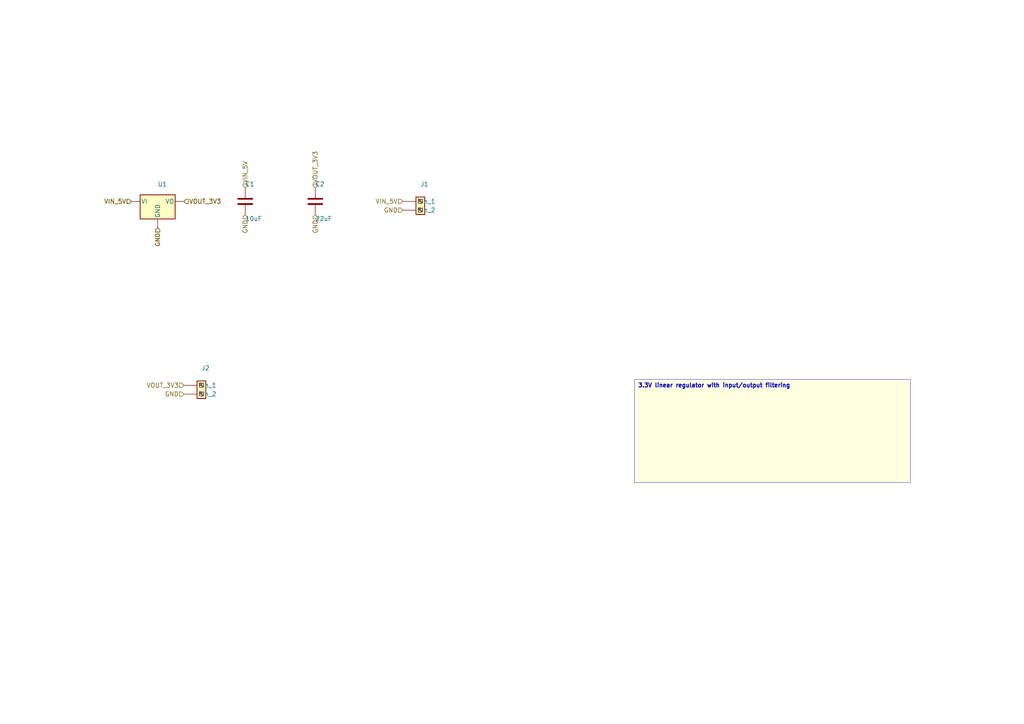
<source format=kicad_sch>
(kicad_sch (version 20250114) (generator "circuit_synth") (generator_version "9.0")
  (paper "A4")
  (lib_symbols
    (symbol "Connector:Screw_Terminal_01x02" (pin_numbers hide) (pin_names (offset 0.254))
      (property "Reference" "J" (at 0.0 0.0 0))
      (property "Value" "Screw_Terminal_01x02" (at 0.0 0.0 0))
      (symbol "Screw_Terminal_01x02_0_1"
        (rectangle (start -1.27 1.27) (end 1.27 -3.81) (stroke (width 0.254)) (fill (type background)))
        (polyline (pts (xy -0.5334 0.3302) (xy 0.3302 -0.508)) (stroke (width 0.1524)))
        (polyline (pts (xy -0.5334 -2.2098) (xy 0.3302 -3.048)) (stroke (width 0.1524)))
        (polyline (pts (xy -0.3556 0.508) (xy 0.508 -0.3302)) (stroke (width 0.1524)))
        (polyline (pts (xy -0.3556 -2.032) (xy 0.508 -2.8702)) (stroke (width 0.1524)))
        (circle (center 0.0 0.0) (radius 0.635) (stroke (width 0.1524)))
        (circle (center 0.0 -2.54) (radius 0.635) (stroke (width 0.1524)))
      )
      (symbol "Screw_Terminal_01x02_1_1"
        (pin passive line (at -5.08 0.0 0) (length 3.81) (name Pin_1) (number "1"))
        (pin passive line (at -5.08 -2.54 0) (length 3.81) (name Pin_2) (number "2"))
      )
    )
    (symbol "Device:C" (pin_numbers hide) (pin_names (offset 0.254))
      (property "Reference" "C" (at 0.0 0.0 0))
      (property "Value" "C" (at 0.0 0.0 0))
      (symbol "C_0_1"
        (polyline (pts (xy -2.032 0.762) (xy 2.032 0.762)) (stroke (width 0.508)))
        (polyline (pts (xy -2.032 -0.762) (xy 2.032 -0.762)) (stroke (width 0.508)))
      )
      (symbol "C_1_1"
        (pin passive line (at 0.0 3.81 270) (length 2.794) (name ~) (number "1"))
        (pin passive line (at 0.0 -3.81 90) (length 2.794) (name ~) (number "2"))
      )
    )
    (symbol "Regulator_Linear:AMS1117-3.3" (pin_numbers hide) (pin_names (offset 0.254))
      (property "Reference" "U" (at 0.0 0.0 0))
      (property "Value" "AMS1117-3.3" (at 0.0 0.0 0))
      (symbol "AMS1117-3.3_0_1"
        (rectangle (start -5.08 -5.08) (end 5.08 1.905) (stroke (width 0.254)) (fill (type background)))
      )
      (symbol "AMS1117-3.3_1_1"
        (pin power_in line (at -7.62 0.0 0) (length 2.54) (name VI) (number "3"))
        (pin power_in line (at 0.0 -7.62 90) (length 2.54) (name GND) (number "1"))
        (pin power_out line (at 7.62 0.0 180) (length 2.54) (name VO) (number "2"))
      )
    )
  )
  (title_block (title Linear_Regulator) (date 2025-08-05) (company Circuit-Synth))
  (symbol (lib_id "Regulator_Linear:AMS1117-3.3") (at 45.72 58.42 0) (unit 1)
    (property "Reference" "U1" (at 45.72 53.42 0) (effects (justify left)))
    (property "Footprint" "Package_TO_SOT_SMD:SOT-223-3_TabPin2" (effects (hide yes)))
  )
  (symbol (lib_id "Device:C") (at 71.12 58.42 0) (unit 1)
    (property "Reference" "C1" (at 71.12 53.42 0) (effects (justify left)))
    (property "Value" "10uF" (at 71.12 63.42 0) (effects (justify left)))
    (property "Footprint" "Capacitor_SMD:C_0805_2012Metric" (effects (hide yes)))
  )
  (symbol (lib_id "Device:C") (at 91.44 58.42 0) (unit 1)
    (property "Reference" "C2" (at 91.44 53.42 0) (effects (justify left)))
    (property "Value" "22uF" (at 91.44 63.42 0) (effects (justify left)))
    (property "Footprint" "Capacitor_SMD:C_0805_2012Metric" (effects (hide yes)))
  )
  (symbol (lib_id "Connector:Screw_Terminal_01x02") (at 121.92 58.42 0) (unit 1)
    (property "Reference" "J1" (at 121.92 53.42 0) (effects (justify left)))
    (property "Footprint" "TerminalBlock:TerminalBlock_bornier-2_P5.08mm" (effects (hide yes)))
  )
  (symbol (lib_id "Connector:Screw_Terminal_01x02") (at 58.42 111.76 0) (unit 1)
    (property "Reference" "J2" (at 58.42 106.76 0) (effects (justify left)))
    (property "Footprint" "TerminalBlock:TerminalBlock_bornier-2_P5.08mm" (effects (hide yes)))
  )
  (hierarchical_label VIN_5V (shape input) (at 38.1 58.42 180))
  (hierarchical_label VIN_5V (shape input) (at 38.1 58.42 180))
  (hierarchical_label VIN_5V (shape input) (at 71.12 54.61 90))
  (hierarchical_label VIN_5V (shape input) (at 116.84 58.42 180))
  (hierarchical_label GND (shape input) (at 45.72 66.04 270))
  (hierarchical_label GND (shape input) (at 45.72 66.04 270))
  (hierarchical_label GND (shape input) (at 71.12 62.230000000000004 270))
  (hierarchical_label GND (shape input) (at 91.44 62.230000000000004 270))
  (hierarchical_label GND (shape input) (at 116.84 60.96 180))
  (hierarchical_label GND (shape input) (at 53.34 114.30000000000001 180))
  (hierarchical_label VOUT_3V3 (shape input) (at 53.339999999999996 58.42 0))
  (hierarchical_label VOUT_3V3 (shape input) (at 53.339999999999996 58.42 0))
  (hierarchical_label VOUT_3V3 (shape input) (at 91.44 54.61 90))
  (hierarchical_label VOUT_3V3 (shape input) (at 53.34 111.76 180))
  (text_box "3.3V linear regulator with input/output filtering" (exclude_from_sim yes) (at 184.0 110.0 0) (size 80.0 30.0) (margins 1.0 1.0 1.0 1.0) (stroke (width 0.1)) (fill (type color) (color 255 255 224 1)) (effects (font (size 1.2 1.2) (thickness 0.254)) (justify left top)))
)
</source>
